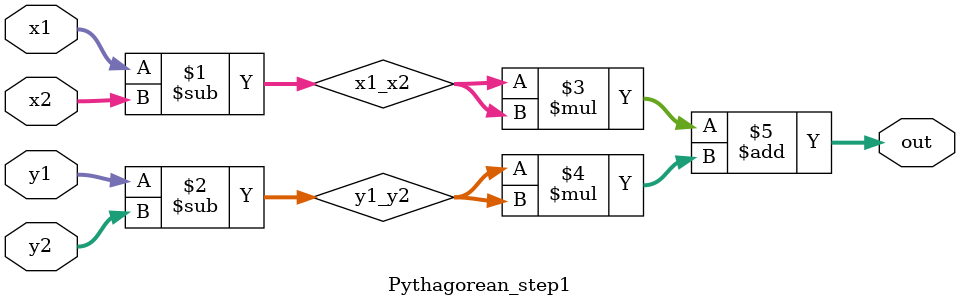
<source format=v>
`include "DW_sqrt.v"
`include "DW_sqrt_seq.v"
`include "DW_div.v"
`include "DW_div_seq.v"

module TRIANGLE(
    clk,
    rst_n,
    in_valid,
    coord_x,
    coord_y,
    out_valid,
    out_length,
	out_incenter
);
//================================================================
//  INPUT AND OUTPUT DECLARATION                         
//================================================================
input wire clk, rst_n, in_valid;
input wire [4:0] coord_x, coord_y;
output reg out_valid;
output reg [12:0] out_length, out_incenter;
//================================================================
//  Wires & Registers 
//================================================================
//  INPUT
reg [4:0] xa, xb, xc, ya, yb, yc;
reg [1:0] cnt_in;
//  PYTHAGOREAN
reg flag_sqrt, has_in;
wire [10:0] aa, bb, cc;
wire [12:0] a, b, c;
wire flag_a, flag_b, flag_c;
wire flag_pythagorean;
//  INCENTER
wire [19:0] abc_x, abc_y;
wire [14:0] abc, abc_nonzero;  
reg flag_div, has_div;
wire [26:0] xc_q, yc_q;
wire [14:0] xc_r, yc_r;
wire flag_xc, flag_yc;
wire flag_incenter;
//  OUTPUT
reg flag_ready;
reg [1:0] out_cnt; 
reg fuck;
//================================================================
always @(posedge clk or negedge rst_n) begin
    if (!rst_n)     fuck <= 0 ;
    else begin
        if (cnt_in==3)        	fuck <= 1 ;
        else if (out_valid==1)  fuck <= 0 ;
    end
end            
//================================================================
//  OUTPUT
//================================================================
// reg flag_ready;
always @(posedge clk or negedge rst_n) begin
    if (!rst_n)     flag_ready <= 0 ;
    else begin
        if (out_cnt==3)   					flag_ready <= 0 ;
        else if (fuck==1 && flag_incenter)  flag_ready <= 1 ;
    end
end            
//reg [1:0] out_cnt;  
always @(posedge clk or negedge rst_n) begin
    if (!rst_n)     out_cnt <= 0 ;
    else begin
        if (flag_ready==1)      out_cnt <= out_cnt + 1 ;
        else if (in_valid==0)   out_cnt <= 0 ;
    end
end            
// output reg out_valid;
always @(posedge clk or negedge rst_n) begin
    if (!rst_n)     out_valid <= 0 ;
    else begin
        if (out_cnt!=0) out_valid <= 1 ;    
        else            out_valid <= 0 ;
    end     
end

// output reg [12:0] out_length, out_incenter;
always @(posedge clk or negedge rst_n) begin
    if (!rst_n)     out_length <= 0 ;
    else begin
        if (out_cnt==1)         out_length <= a ;
        else if (out_cnt==2)    out_length <= b ;
        else if (out_cnt==3)    out_length <= c ;
        else                    out_length <= 0 ;
    end         
end
always @(posedge clk or negedge rst_n) begin
    if (!rst_n)     out_incenter <= 0 ;
    else begin
        if (out_cnt==1)         out_incenter <= xc_q[12:0] ;
        else if (out_cnt==2)    out_incenter <= yc_q[12:0] ;
        else if (out_cnt==3)    out_incenter <= yc_q[12:0] ;
        else                    out_incenter <= 0 ;
    end
end
//================================================================
//  INCENTER
//================================================================
// wire [19:0] abc_x, abc_y;
assign abc_x = a*xa + b*xb + c*xc ; 
assign abc_y = a*ya + b*yb + c*yc ; 
// wire [14:0] abc, abc_nonzero;  
assign abc = a + b + c ;
assign abc_nonzero = (abc==0) ? 1 : abc ;
// reg flag_div, has_div;
always @(posedge clk or negedge rst_n) begin
    if (!rst_n)     has_div <= 0 ;
    else begin
        if (flag_div==1)     has_div <= 1 ;
        else if (cnt_in==3)  has_div <= 0 ;
    end        
end 
always @(posedge clk or negedge rst_n) begin
    if (!rst_n)     flag_div <= 0 ;
    else begin
        if (has_div==0 && flag_div==0 && flag_pythagorean==1)    flag_div <= 1 ;
        else flag_div <= 0 ;
    end            
end 
// wire [26:0] xc_q, yc_q;
// wire [14:0] xc_r, yc_r;
// wire flag_xc, flag_yc;
DW_div_seq #( .a_width(27), .b_width(15), .tc_mode(0), .num_cyc(25), .rst_mode(0), .input_mode(0), .output_mode(1), .early_start(0) )
            U_xc( .clk(clk), .rst_n(rst_n), .hold(1'b0), .start(flag_div), .a( { abc_x , 7'd0 } ), .b(abc_nonzero), .complete(flag_xc), .quotient(xc_q), .remainder(xc_r) ); 
DW_div_seq #( .a_width(27), .b_width(15), .tc_mode(0), .num_cyc(25), .rst_mode(0), .input_mode(0), .output_mode(1), .early_start(0) )
            U_yc( .clk(clk), .rst_n(rst_n), .hold(1'b0), .start(flag_div), .a( { abc_y , 7'd0 } ), .b(abc_nonzero), .complete(flag_yc), .quotient(yc_q), .remainder(yc_r) ); 
// synopsys dc_script_begin
// set_implimetation cpa U_xc
// set_implimetation cpa U_yc
// synopsys dc_script_end
// debug
wire [5:0] xc_q_int, yc_q_int;
wire [6:0] xc_q_frc, yc_q_frc;
assign xc_q_int = xc_q[12:7] ;
assign yc_q_int = yc_q[12:7] ;
assign xc_q_frc = xc_q[6:0] ;
assign yc_q_frc = yc_q[6:0] ;
// wire flag_incenter;
assign flag_incenter = flag_xc && flag_yc && has_div ;
//================================================================
//  PYTHAGOREAN
//================================================================
// wire [10:0] aa, bb, cc;
// module Pythagorean_step1(x1, x2, y1, y2, out);
// x1 >= x2, y1 >= y2
Pythagorean_step1 U_aa( .out(aa), .x1( (xb>=xc)?xb:xc ), .x2( (xb>=xc)?xc:xb ), .y1( (yb>=yc)?yb:yc ), .y2( (yb>=yc)?yc:yb ) );
Pythagorean_step1 U_bb( .out(bb), .x1( (xa>=xc)?xa:xc ), .x2( (xa>=xc)?xc:xa ), .y1( (ya>=yc)?ya:yc ), .y2( (ya>=yc)?yc:ya ) );
Pythagorean_step1 U_cc( .out(cc), .x1( (xa>=xb)?xa:xb ), .x2( (xa>=xb)?xb:xa ), .y1( (ya>=yb)?ya:yb ), .y2( (ya>=yb)?yb:ya ) );
// reg flag_sqrt, has_in;
always @(posedge clk or negedge rst_n) begin
    if (!rst_n)     has_in <= 0 ;
    else if (cnt_in==3) has_in <= 1 ;     
end    
always @(posedge clk or negedge rst_n) begin
    if (!rst_n)     flag_sqrt <= 0 ;
    else begin
        if (cnt_in==3) 	flag_sqrt <= 1 ;
        else          	flag_sqrt <= 0 ;
    end         
end
// DW_sqrt_seq
// wire [12:0] a, b, c;
// wire flag_a, flag_b, flag_c;
DW_sqrt_seq #( .width(25), .tc_mode(0), .num_cyc(13), .rst_mode(0), .input_mode(0), .output_mode(1), .early_start(0) ) 
            U_a( .clk(clk), .rst_n(rst_n), .hold(1'b0), .start(flag_sqrt), .a( { aa , 14'd0 } ), .complete(flag_a), .root(a) );
DW_sqrt_seq #( .width(25), .tc_mode(0), .num_cyc(13), .rst_mode(0), .input_mode(0), .output_mode(1), .early_start(0) ) 
            U_b( .clk(clk), .rst_n(rst_n), .hold(1'b0), .start(flag_sqrt), .a( { bb , 14'd0 } ), .complete(flag_b), .root(b) ); 
DW_sqrt_seq #( .width(25), .tc_mode(0), .num_cyc(13), .rst_mode(0), .input_mode(0), .output_mode(1), .early_start(0) ) 
            U_c( .clk(clk), .rst_n(rst_n), .hold(1'b0), .start(flag_sqrt), .a( { cc , 14'd0 } ), .complete(flag_c), .root(c) );          
// synopsys dc_script_begin
// set_implimetation cpa U_a
// set_implimetation cpa U_b
// set_implimetation cpa U_c
// synopsys dc_script_end            
// debug
wire [5:0] a_int, b_int, c_int;
wire [6:0] a_frc, b_frc, c_frc;
assign a_int = a[12:7] ;
assign b_int = b[12:7] ;
assign c_int = c[12:7] ;
assign a_frc = a[6:0] ;
assign b_frc = b[6:0] ;
assign c_frc = c[6:0] ;
// wire flag_pythagorean;
assign flag_pythagorean = flag_a && flag_b && flag_c && has_in ; 
//================================================================
//  INPUT
//================================================================
// reg [1:0] cnt_in;
always @(posedge clk or negedge rst_n) begin
    if (!rst_n)     cnt_in <= 0 ;
    else begin
        if (in_valid==1)        cnt_in <= cnt_in + 1 ;
        else if (cnt_in==3)     cnt_in <= 0 ;
    end        
end 

// reg unsigned [4:0] xa, xb, xc, ya, yb, yc;
always @(posedge clk or negedge rst_n) begin
    if (!rst_n) begin
        xa <= 0 ;
        xb <= 0 ;
        xc <= 0 ;
    end
    else begin
        if (in_valid==1) begin
            xa <= xb ;
            xb <= xc ;
            xc <= coord_x ;
        end            
    end        
end     
always @(posedge clk or negedge rst_n) begin
    if (!rst_n) begin
        ya <= 0 ;
        yb <= 0 ;
        yc <= 0 ;
    end
    else begin
        if (in_valid==1) begin
            ya <= yb ;
            yb <= yc ;
            yc <= coord_y ;
        end            
    end        
end

endmodule

//================================================================
//  SUBMODULE
//================================================================
module Pythagorean_step1(x1, x2, y1, y2, out);
input wire [4:0] x1, x2, y1, y2;
output [10:0] out;

wire [4:0] x1_x2, y1_y2;

assign x1_x2 = x1 - x2 ;
assign y1_y2 = y1 - y2 ;
assign out = x1_x2*x1_x2 + y1_y2*y1_y2;

endmodule
</source>
